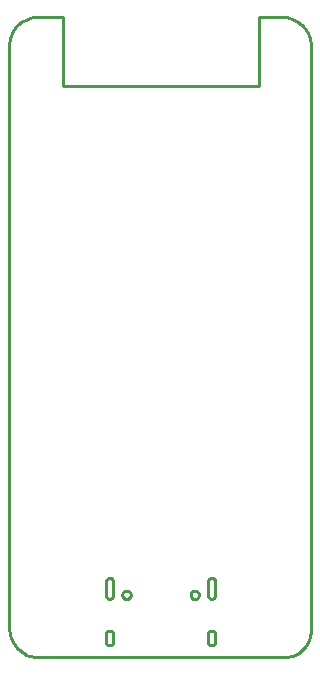
<source format=gbr>
G04 EAGLE Gerber RS-274X export*
G75*
%MOMM*%
%FSLAX34Y34*%
%LPD*%
%IN*%
%IPPOS*%
%AMOC8*
5,1,8,0,0,1.08239X$1,22.5*%
G01*
%ADD10C,0.254000*%


D10*
X0Y22860D02*
X97Y20646D01*
X386Y18449D01*
X865Y16286D01*
X1532Y14173D01*
X2380Y12126D01*
X3403Y10160D01*
X4594Y8291D01*
X5942Y6533D01*
X7440Y4900D01*
X9073Y3402D01*
X10831Y2054D01*
X12700Y863D01*
X14666Y-160D01*
X16713Y-1008D01*
X18826Y-1675D01*
X20989Y-2154D01*
X23186Y-2443D01*
X25400Y-2540D01*
X232410Y-2540D01*
X234402Y-2453D01*
X236380Y-2193D01*
X238327Y-1761D01*
X240229Y-1161D01*
X242071Y-398D01*
X243840Y523D01*
X245522Y1594D01*
X247104Y2808D01*
X248574Y4156D01*
X249922Y5626D01*
X251136Y7208D01*
X252207Y8890D01*
X253128Y10659D01*
X253891Y12501D01*
X254491Y14403D01*
X254923Y16350D01*
X255183Y18328D01*
X255270Y20320D01*
X255270Y515620D01*
X255178Y517723D01*
X254903Y519810D01*
X254448Y521865D01*
X253815Y523873D01*
X253009Y525818D01*
X252037Y527685D01*
X250906Y529460D01*
X249625Y531130D01*
X248203Y532683D01*
X246650Y534105D01*
X244980Y535386D01*
X243205Y536517D01*
X241338Y537489D01*
X239393Y538295D01*
X237385Y538928D01*
X235330Y539383D01*
X233243Y539658D01*
X231140Y539750D01*
X211709Y539750D01*
X211709Y481330D01*
X45720Y481330D01*
X45720Y539750D01*
X24130Y539750D01*
X22027Y539658D01*
X19940Y539383D01*
X17885Y538928D01*
X15877Y538295D01*
X13932Y537489D01*
X12065Y536517D01*
X10290Y535386D01*
X8620Y534105D01*
X7068Y532683D01*
X5645Y531130D01*
X4364Y529460D01*
X3233Y527685D01*
X2261Y525818D01*
X1455Y523873D01*
X822Y521865D01*
X367Y519810D01*
X92Y517723D01*
X0Y515620D01*
X0Y22860D01*
X168220Y10970D02*
X168232Y10687D01*
X168269Y10406D01*
X168331Y10129D01*
X168416Y9858D01*
X168525Y9597D01*
X168655Y9345D01*
X168808Y9106D01*
X168980Y8881D01*
X169172Y8672D01*
X169381Y8480D01*
X169606Y8308D01*
X169845Y8155D01*
X170097Y8025D01*
X170358Y7916D01*
X170629Y7831D01*
X170906Y7769D01*
X171187Y7732D01*
X171470Y7720D01*
X171753Y7732D01*
X172034Y7769D01*
X172311Y7831D01*
X172582Y7916D01*
X172844Y8025D01*
X173095Y8155D01*
X173334Y8308D01*
X173559Y8480D01*
X173768Y8672D01*
X173960Y8881D01*
X174132Y9106D01*
X174285Y9345D01*
X174416Y9597D01*
X174524Y9858D01*
X174609Y10129D01*
X174671Y10406D01*
X174708Y10687D01*
X174720Y10970D01*
X174720Y16970D01*
X174708Y17253D01*
X174671Y17534D01*
X174609Y17811D01*
X174524Y18082D01*
X174416Y18344D01*
X174285Y18595D01*
X174132Y18834D01*
X173960Y19059D01*
X173768Y19268D01*
X173559Y19460D01*
X173334Y19632D01*
X173095Y19785D01*
X172844Y19916D01*
X172582Y20024D01*
X172311Y20109D01*
X172034Y20171D01*
X171753Y20208D01*
X171470Y20220D01*
X171187Y20208D01*
X170906Y20171D01*
X170629Y20109D01*
X170358Y20024D01*
X170097Y19916D01*
X169845Y19785D01*
X169606Y19632D01*
X169381Y19460D01*
X169172Y19268D01*
X168980Y19059D01*
X168808Y18834D01*
X168655Y18595D01*
X168525Y18344D01*
X168416Y18082D01*
X168331Y17811D01*
X168269Y17534D01*
X168232Y17253D01*
X168220Y16970D01*
X168220Y10970D01*
X81820Y10970D02*
X81832Y10687D01*
X81869Y10406D01*
X81931Y10129D01*
X82016Y9858D01*
X82125Y9597D01*
X82255Y9345D01*
X82408Y9106D01*
X82580Y8881D01*
X82772Y8672D01*
X82981Y8480D01*
X83206Y8308D01*
X83445Y8155D01*
X83697Y8025D01*
X83958Y7916D01*
X84229Y7831D01*
X84506Y7769D01*
X84787Y7732D01*
X85070Y7720D01*
X85353Y7732D01*
X85634Y7769D01*
X85911Y7831D01*
X86182Y7916D01*
X86444Y8025D01*
X86695Y8155D01*
X86934Y8308D01*
X87159Y8480D01*
X87368Y8672D01*
X87560Y8881D01*
X87732Y9106D01*
X87885Y9345D01*
X88016Y9597D01*
X88124Y9858D01*
X88209Y10129D01*
X88271Y10406D01*
X88308Y10687D01*
X88320Y10970D01*
X88320Y16970D01*
X88308Y17253D01*
X88271Y17534D01*
X88209Y17811D01*
X88124Y18082D01*
X88016Y18344D01*
X87885Y18595D01*
X87732Y18834D01*
X87560Y19059D01*
X87368Y19268D01*
X87159Y19460D01*
X86934Y19632D01*
X86695Y19785D01*
X86444Y19916D01*
X86182Y20024D01*
X85911Y20109D01*
X85634Y20171D01*
X85353Y20208D01*
X85070Y20220D01*
X84787Y20208D01*
X84506Y20171D01*
X84229Y20109D01*
X83958Y20024D01*
X83697Y19916D01*
X83445Y19785D01*
X83206Y19632D01*
X82981Y19460D01*
X82772Y19268D01*
X82580Y19059D01*
X82408Y18834D01*
X82255Y18595D01*
X82125Y18344D01*
X82016Y18082D01*
X81931Y17811D01*
X81869Y17534D01*
X81832Y17253D01*
X81820Y16970D01*
X81820Y10970D01*
X168206Y50331D02*
X168218Y50048D01*
X168255Y49767D01*
X168316Y49490D01*
X168402Y49219D01*
X168510Y48957D01*
X168641Y48706D01*
X168793Y48467D01*
X168966Y48242D01*
X169158Y48033D01*
X169367Y47841D01*
X169592Y47669D01*
X169831Y47516D01*
X170082Y47385D01*
X170344Y47277D01*
X170614Y47192D01*
X170891Y47130D01*
X171172Y47093D01*
X171456Y47081D01*
X171739Y47093D01*
X172020Y47130D01*
X172297Y47192D01*
X172567Y47277D01*
X172829Y47385D01*
X173081Y47516D01*
X173320Y47669D01*
X173545Y47841D01*
X173754Y48033D01*
X173945Y48242D01*
X174118Y48467D01*
X174270Y48706D01*
X174401Y48957D01*
X174510Y49219D01*
X174595Y49490D01*
X174656Y49767D01*
X174693Y50048D01*
X174706Y50331D01*
X174706Y61331D01*
X174693Y61614D01*
X174656Y61895D01*
X174595Y62172D01*
X174510Y62442D01*
X174401Y62704D01*
X174270Y62956D01*
X174118Y63195D01*
X173945Y63420D01*
X173754Y63629D01*
X173545Y63821D01*
X173320Y63993D01*
X173081Y64145D01*
X172829Y64276D01*
X172567Y64385D01*
X172297Y64470D01*
X172020Y64531D01*
X171739Y64568D01*
X171456Y64581D01*
X171172Y64568D01*
X170891Y64531D01*
X170614Y64470D01*
X170344Y64385D01*
X170082Y64276D01*
X169831Y64145D01*
X169592Y63993D01*
X169367Y63821D01*
X169158Y63629D01*
X168966Y63420D01*
X168793Y63195D01*
X168641Y62956D01*
X168510Y62704D01*
X168402Y62442D01*
X168316Y62172D01*
X168255Y61895D01*
X168218Y61614D01*
X168206Y61331D01*
X168206Y50331D01*
X81842Y50324D02*
X81855Y50041D01*
X81892Y49760D01*
X81953Y49483D01*
X82038Y49213D01*
X82147Y48951D01*
X82278Y48699D01*
X82430Y48460D01*
X82603Y48235D01*
X82794Y48026D01*
X83003Y47835D01*
X83228Y47662D01*
X83467Y47510D01*
X83719Y47379D01*
X83981Y47270D01*
X84251Y47185D01*
X84528Y47124D01*
X84809Y47087D01*
X85092Y47074D01*
X85376Y47087D01*
X85657Y47124D01*
X85934Y47185D01*
X86204Y47270D01*
X86466Y47379D01*
X86717Y47510D01*
X86957Y47662D01*
X87182Y47835D01*
X87391Y48026D01*
X87582Y48235D01*
X87755Y48460D01*
X87907Y48699D01*
X88038Y48951D01*
X88146Y49213D01*
X88232Y49483D01*
X88293Y49760D01*
X88330Y50041D01*
X88342Y50324D01*
X88342Y61324D01*
X88330Y61608D01*
X88293Y61889D01*
X88232Y62166D01*
X88146Y62436D01*
X88038Y62698D01*
X87907Y62949D01*
X87755Y63189D01*
X87582Y63413D01*
X87391Y63622D01*
X87182Y63814D01*
X86957Y63987D01*
X86717Y64139D01*
X86466Y64270D01*
X86204Y64378D01*
X85934Y64464D01*
X85657Y64525D01*
X85376Y64562D01*
X85092Y64574D01*
X84809Y64562D01*
X84528Y64525D01*
X84251Y64464D01*
X83981Y64378D01*
X83719Y64270D01*
X83467Y64139D01*
X83228Y63987D01*
X83003Y63814D01*
X82794Y63622D01*
X82603Y63413D01*
X82430Y63189D01*
X82278Y62949D01*
X82147Y62698D01*
X82038Y62436D01*
X81953Y62166D01*
X81892Y61889D01*
X81855Y61608D01*
X81842Y61324D01*
X81842Y50324D01*
X102870Y50241D02*
X102810Y49786D01*
X102691Y49343D01*
X102516Y48919D01*
X102286Y48521D01*
X102007Y48157D01*
X101683Y47833D01*
X101319Y47554D01*
X100921Y47324D01*
X100497Y47149D01*
X100054Y47030D01*
X99599Y46970D01*
X99141Y46970D01*
X98686Y47030D01*
X98243Y47149D01*
X97819Y47324D01*
X97421Y47554D01*
X97057Y47833D01*
X96733Y48157D01*
X96454Y48521D01*
X96224Y48919D01*
X96049Y49343D01*
X95930Y49786D01*
X95870Y50241D01*
X95870Y50699D01*
X95930Y51154D01*
X96049Y51597D01*
X96224Y52021D01*
X96454Y52419D01*
X96733Y52783D01*
X97057Y53107D01*
X97421Y53386D01*
X97819Y53616D01*
X98243Y53791D01*
X98686Y53910D01*
X99141Y53970D01*
X99599Y53970D01*
X100054Y53910D01*
X100497Y53791D01*
X100921Y53616D01*
X101319Y53386D01*
X101683Y53107D01*
X102007Y52783D01*
X102286Y52419D01*
X102516Y52021D01*
X102691Y51597D01*
X102810Y51154D01*
X102870Y50699D01*
X102870Y50241D01*
X160670Y50241D02*
X160610Y49786D01*
X160491Y49343D01*
X160316Y48919D01*
X160086Y48521D01*
X159807Y48157D01*
X159483Y47833D01*
X159119Y47554D01*
X158721Y47324D01*
X158297Y47149D01*
X157854Y47030D01*
X157399Y46970D01*
X156941Y46970D01*
X156486Y47030D01*
X156043Y47149D01*
X155619Y47324D01*
X155221Y47554D01*
X154857Y47833D01*
X154533Y48157D01*
X154254Y48521D01*
X154024Y48919D01*
X153849Y49343D01*
X153730Y49786D01*
X153670Y50241D01*
X153670Y50699D01*
X153730Y51154D01*
X153849Y51597D01*
X154024Y52021D01*
X154254Y52419D01*
X154533Y52783D01*
X154857Y53107D01*
X155221Y53386D01*
X155619Y53616D01*
X156043Y53791D01*
X156486Y53910D01*
X156941Y53970D01*
X157399Y53970D01*
X157854Y53910D01*
X158297Y53791D01*
X158721Y53616D01*
X159119Y53386D01*
X159483Y53107D01*
X159807Y52783D01*
X160086Y52419D01*
X160316Y52021D01*
X160491Y51597D01*
X160610Y51154D01*
X160670Y50699D01*
X160670Y50241D01*
M02*

</source>
